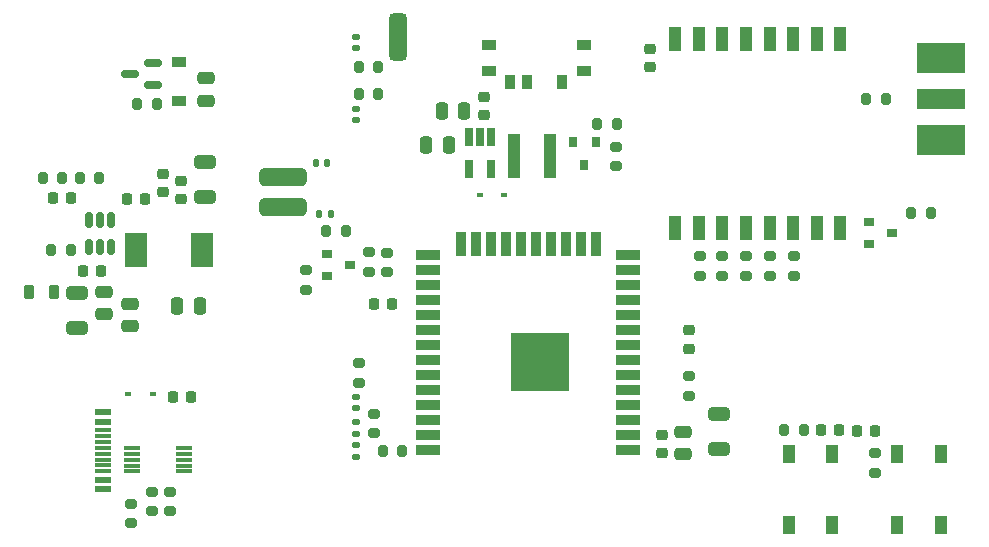
<source format=gtp>
G04 #@! TF.GenerationSoftware,KiCad,Pcbnew,(6.0.0)*
G04 #@! TF.CreationDate,2022-01-31T09:48:03+01:00*
G04 #@! TF.ProjectId,lora,6c6f7261-2e6b-4696-9361-645f70636258,v2.0*
G04 #@! TF.SameCoordinates,Original*
G04 #@! TF.FileFunction,Paste,Top*
G04 #@! TF.FilePolarity,Positive*
%FSLAX46Y46*%
G04 Gerber Fmt 4.6, Leading zero omitted, Abs format (unit mm)*
G04 Created by KiCad (PCBNEW (6.0.0)) date 2022-01-31 09:48:03*
%MOMM*%
%LPD*%
G01*
G04 APERTURE LIST*
G04 Aperture macros list*
%AMRoundRect*
0 Rectangle with rounded corners*
0 $1 Rounding radius*
0 $2 $3 $4 $5 $6 $7 $8 $9 X,Y pos of 4 corners*
0 Add a 4 corners polygon primitive as box body*
4,1,4,$2,$3,$4,$5,$6,$7,$8,$9,$2,$3,0*
0 Add four circle primitives for the rounded corners*
1,1,$1+$1,$2,$3*
1,1,$1+$1,$4,$5*
1,1,$1+$1,$6,$7*
1,1,$1+$1,$8,$9*
0 Add four rect primitives between the rounded corners*
20,1,$1+$1,$2,$3,$4,$5,0*
20,1,$1+$1,$4,$5,$6,$7,0*
20,1,$1+$1,$6,$7,$8,$9,0*
20,1,$1+$1,$8,$9,$2,$3,0*%
G04 Aperture macros list end*
%ADD10RoundRect,0.225000X0.225000X0.250000X-0.225000X0.250000X-0.225000X-0.250000X0.225000X-0.250000X0*%
%ADD11RoundRect,0.225000X0.250000X-0.225000X0.250000X0.225000X-0.250000X0.225000X-0.250000X-0.225000X0*%
%ADD12RoundRect,0.250000X0.475000X-0.250000X0.475000X0.250000X-0.475000X0.250000X-0.475000X-0.250000X0*%
%ADD13RoundRect,0.381000X-1.619000X-0.381000X1.619000X-0.381000X1.619000X0.381000X-1.619000X0.381000X0*%
%ADD14R,0.900000X0.800000*%
%ADD15R,0.800000X0.900000*%
%ADD16RoundRect,0.200000X-0.275000X0.200000X-0.275000X-0.200000X0.275000X-0.200000X0.275000X0.200000X0*%
%ADD17RoundRect,0.200000X0.275000X-0.200000X0.275000X0.200000X-0.275000X0.200000X-0.275000X-0.200000X0*%
%ADD18RoundRect,0.200000X0.200000X0.275000X-0.200000X0.275000X-0.200000X-0.275000X0.200000X-0.275000X0*%
%ADD19RoundRect,0.200000X-0.200000X-0.275000X0.200000X-0.275000X0.200000X0.275000X-0.200000X0.275000X0*%
%ADD20R,1.000000X1.500000*%
%ADD21R,2.000000X0.900000*%
%ADD22R,0.900000X2.000000*%
%ADD23R,5.000000X5.000000*%
%ADD24R,1.000000X2.000000*%
%ADD25R,4.190000X1.780000*%
%ADD26R,4.190000X2.665000*%
%ADD27RoundRect,0.250000X0.650000X-0.325000X0.650000X0.325000X-0.650000X0.325000X-0.650000X-0.325000X0*%
%ADD28RoundRect,0.225000X-0.225000X-0.250000X0.225000X-0.250000X0.225000X0.250000X-0.225000X0.250000X0*%
%ADD29R,1.450000X0.600000*%
%ADD30R,1.450000X0.300000*%
%ADD31RoundRect,0.381000X0.381000X-1.619000X0.381000X1.619000X-0.381000X1.619000X-0.381000X-1.619000X0*%
%ADD32RoundRect,0.147500X0.172500X-0.147500X0.172500X0.147500X-0.172500X0.147500X-0.172500X-0.147500X0*%
%ADD33R,1.100000X3.700000*%
%ADD34R,0.650000X1.560000*%
%ADD35RoundRect,0.250000X-0.650000X0.325000X-0.650000X-0.325000X0.650000X-0.325000X0.650000X0.325000X0*%
%ADD36R,1.200000X0.900000*%
%ADD37RoundRect,0.250000X0.250000X0.475000X-0.250000X0.475000X-0.250000X-0.475000X0.250000X-0.475000X0*%
%ADD38RoundRect,0.250000X-0.475000X0.250000X-0.475000X-0.250000X0.475000X-0.250000X0.475000X0.250000X0*%
%ADD39RoundRect,0.225000X-0.250000X0.225000X-0.250000X-0.225000X0.250000X-0.225000X0.250000X0.225000X0*%
%ADD40R,1.950000X3.000000*%
%ADD41R,0.600000X0.450000*%
%ADD42RoundRect,0.150000X0.587500X0.150000X-0.587500X0.150000X-0.587500X-0.150000X0.587500X-0.150000X0*%
%ADD43RoundRect,0.218750X-0.218750X-0.381250X0.218750X-0.381250X0.218750X0.381250X-0.218750X0.381250X0*%
%ADD44RoundRect,0.147500X-0.172500X0.147500X-0.172500X-0.147500X0.172500X-0.147500X0.172500X0.147500X0*%
%ADD45RoundRect,0.147500X0.147500X0.172500X-0.147500X0.172500X-0.147500X-0.172500X0.147500X-0.172500X0*%
%ADD46R,0.900000X1.250000*%
%ADD47R,1.250000X0.900000*%
%ADD48R,1.400000X0.300000*%
%ADD49RoundRect,0.250000X-0.250000X-0.475000X0.250000X-0.475000X0.250000X0.475000X-0.250000X0.475000X0*%
%ADD50RoundRect,0.150000X-0.150000X0.512500X-0.150000X-0.512500X0.150000X-0.512500X0.150000X0.512500X0*%
%ADD51RoundRect,0.218750X-0.256250X0.218750X-0.256250X-0.218750X0.256250X-0.218750X0.256250X0.218750X0*%
G04 APERTURE END LIST*
D10*
X222250000Y-127635000D03*
X220700000Y-127635000D03*
D11*
X204200000Y-129500000D03*
X204200000Y-127950000D03*
D12*
X206000000Y-129600000D03*
X206000000Y-127700000D03*
D11*
X203149200Y-96824800D03*
X203149200Y-95274800D03*
D13*
X172135800Y-108686600D03*
X172135800Y-106146600D03*
D14*
X175800000Y-112600000D03*
X175800000Y-114500000D03*
X177800000Y-113550000D03*
D15*
X198562000Y-103140000D03*
X196662000Y-103140000D03*
X197612000Y-105140000D03*
D14*
X221700000Y-109900000D03*
X221700000Y-111800000D03*
X223700000Y-110850000D03*
D16*
X222250000Y-129490000D03*
X222250000Y-131140000D03*
X179350000Y-112505000D03*
X179350000Y-114155000D03*
D17*
X180900000Y-114165000D03*
X180900000Y-112515000D03*
X174050000Y-115650000D03*
X174050000Y-114000000D03*
D18*
X177425000Y-110700000D03*
X175775000Y-110700000D03*
D19*
X198692000Y-101600000D03*
X200342000Y-101600000D03*
D17*
X200279000Y-105219000D03*
X200279000Y-103569000D03*
D18*
X182181000Y-129286000D03*
X180531000Y-129286000D03*
D16*
X179832000Y-126175000D03*
X179832000Y-127825000D03*
D19*
X225300000Y-109200000D03*
X226950000Y-109200000D03*
D20*
X227806000Y-129588000D03*
X227806000Y-135588000D03*
X224106000Y-129588000D03*
X224106000Y-135588000D03*
D21*
X201350000Y-129255000D03*
X201350000Y-127985000D03*
X201350000Y-126715000D03*
X201350000Y-125445000D03*
X201350000Y-124175000D03*
X201350000Y-122905000D03*
X201350000Y-121635000D03*
X201350000Y-120365000D03*
X201350000Y-119095000D03*
X201350000Y-117825000D03*
X201350000Y-116555000D03*
X201350000Y-115285000D03*
X201350000Y-114015000D03*
X201350000Y-112745000D03*
D22*
X198565000Y-111745000D03*
X197295000Y-111745000D03*
X196025000Y-111745000D03*
X194755000Y-111745000D03*
X193485000Y-111745000D03*
X192215000Y-111745000D03*
X190945000Y-111745000D03*
X189675000Y-111745000D03*
X188405000Y-111745000D03*
X187135000Y-111745000D03*
D21*
X184350000Y-112745000D03*
X184350000Y-114015000D03*
X184350000Y-115285000D03*
X184350000Y-116555000D03*
X184350000Y-117825000D03*
X184350000Y-119095000D03*
X184350000Y-120365000D03*
X184350000Y-121635000D03*
X184350000Y-122905000D03*
X184350000Y-124175000D03*
X184350000Y-125445000D03*
X184350000Y-126715000D03*
X184350000Y-127985000D03*
X184350000Y-129255000D03*
D23*
X193850000Y-121755000D03*
D24*
X205300000Y-110400000D03*
X207300000Y-110400000D03*
X209300000Y-110400000D03*
X211300000Y-110400000D03*
X213300000Y-110400000D03*
X215300000Y-110400000D03*
X217300000Y-110400000D03*
X219300000Y-110400000D03*
X219300000Y-94400000D03*
X217300000Y-94400000D03*
X215300000Y-94400000D03*
X213300000Y-94400000D03*
X211300000Y-94400000D03*
X209300000Y-94400000D03*
X207300000Y-94400000D03*
X205300000Y-94400000D03*
D19*
X221485000Y-99480000D03*
X223135000Y-99480000D03*
D25*
X227838000Y-99500000D03*
D26*
X227838000Y-102992500D03*
X227838000Y-96007500D03*
D27*
X209000000Y-129150000D03*
X209000000Y-126200000D03*
D28*
X217665000Y-127508000D03*
X219215000Y-127508000D03*
D18*
X216204000Y-127508000D03*
X214554000Y-127508000D03*
D17*
X211328000Y-114490000D03*
X211328000Y-112840000D03*
X209296000Y-114490000D03*
X209296000Y-112840000D03*
X207391000Y-114477000D03*
X207391000Y-112827000D03*
X213360000Y-114490000D03*
X213360000Y-112840000D03*
D20*
X214916000Y-135588000D03*
X214916000Y-129588000D03*
X218616000Y-135588000D03*
X218616000Y-129588000D03*
D28*
X162801000Y-124714000D03*
X164351000Y-124714000D03*
D29*
X156901000Y-126036000D03*
X156901000Y-126836000D03*
D30*
X156901000Y-128036000D03*
X156901000Y-129036000D03*
X156901000Y-129536000D03*
X156901000Y-130536000D03*
D29*
X156901000Y-131736000D03*
X156901000Y-132536000D03*
X156901000Y-132536000D03*
X156901000Y-131736000D03*
D30*
X156901000Y-131036000D03*
X156901000Y-130036000D03*
X156901000Y-128536000D03*
X156901000Y-127536000D03*
D29*
X156901000Y-126836000D03*
X156901000Y-126036000D03*
D31*
X181864000Y-94234000D03*
D32*
X178308000Y-125684000D03*
X178308000Y-124714000D03*
D33*
X194667000Y-104333000D03*
X191667000Y-104333000D03*
D34*
X189733000Y-102729000D03*
X188783000Y-102729000D03*
X187833000Y-102729000D03*
X187833000Y-105429000D03*
X189733000Y-105429000D03*
D10*
X160414000Y-108000800D03*
X158864000Y-108000800D03*
D18*
X156527000Y-106172000D03*
X154877000Y-106172000D03*
X180149000Y-96774000D03*
X178499000Y-96774000D03*
D35*
X154686000Y-115923800D03*
X154686000Y-118873800D03*
D36*
X163322000Y-96394000D03*
X163322000Y-99694000D03*
D16*
X215392000Y-112840000D03*
X215392000Y-114490000D03*
D37*
X165034000Y-117017800D03*
X163134000Y-117017800D03*
D32*
X178308000Y-101323000D03*
X178308000Y-100353000D03*
D11*
X161925000Y-107378800D03*
X161925000Y-105828800D03*
D38*
X159131000Y-116829800D03*
X159131000Y-118729800D03*
D19*
X152464000Y-112318800D03*
X154114000Y-112318800D03*
X159753800Y-99974400D03*
X161403800Y-99974400D03*
D38*
X156972000Y-115813800D03*
X156972000Y-117713800D03*
D39*
X189103000Y-99301000D03*
X189103000Y-100851000D03*
D40*
X159658000Y-112318800D03*
X165208000Y-112318800D03*
D41*
X161070000Y-124460000D03*
X158970000Y-124460000D03*
D42*
X161059100Y-98333600D03*
X161059100Y-96433600D03*
X159184100Y-97383600D03*
D37*
X187447000Y-100523000D03*
X185547000Y-100523000D03*
D43*
X150575500Y-115874800D03*
X152700500Y-115874800D03*
D44*
X178308000Y-94257000D03*
X178308000Y-95227000D03*
D45*
X176149000Y-109220000D03*
X175179000Y-109220000D03*
D17*
X159258000Y-135445000D03*
X159258000Y-133795000D03*
D41*
X188749000Y-107635000D03*
X190849000Y-107635000D03*
D28*
X179819000Y-116840000D03*
X181369000Y-116840000D03*
D18*
X153416000Y-106172000D03*
X151766000Y-106172000D03*
D46*
X195748000Y-98087000D03*
X192798000Y-98087000D03*
X191298000Y-98087000D03*
D47*
X189523000Y-94912000D03*
X189523000Y-97112000D03*
X197573000Y-97112000D03*
X197573000Y-94912000D03*
D28*
X155181000Y-114096800D03*
X156731000Y-114096800D03*
D17*
X206502000Y-124650000D03*
X206502000Y-123000000D03*
X162560000Y-134429000D03*
X162560000Y-132779000D03*
D18*
X180149000Y-99060000D03*
X178499000Y-99060000D03*
D27*
X165481000Y-107824800D03*
X165481000Y-104874800D03*
D48*
X159344000Y-129048000D03*
X159344000Y-129548000D03*
X159344000Y-130048000D03*
X159344000Y-130548000D03*
X159344000Y-131048000D03*
X163744000Y-131048000D03*
X163744000Y-130548000D03*
X163744000Y-130048000D03*
X163744000Y-129548000D03*
X163744000Y-129048000D03*
D49*
X184216000Y-103378000D03*
X186116000Y-103378000D03*
D10*
X154191000Y-107873800D03*
X152641000Y-107873800D03*
D50*
X157541000Y-109784300D03*
X156591000Y-109784300D03*
X155641000Y-109784300D03*
X155641000Y-112059300D03*
X156591000Y-112059300D03*
X157541000Y-112059300D03*
D17*
X161036000Y-134429000D03*
X161036000Y-132779000D03*
D44*
X178308000Y-128824000D03*
X178308000Y-129794000D03*
D38*
X165557200Y-97754400D03*
X165557200Y-99654400D03*
D16*
X178562000Y-121870000D03*
X178562000Y-123520000D03*
D44*
X178308000Y-126896000D03*
X178308000Y-127866000D03*
D39*
X163449000Y-106463800D03*
X163449000Y-108013800D03*
D51*
X206502000Y-119100500D03*
X206502000Y-120675500D03*
D45*
X175849000Y-104902000D03*
X174879000Y-104902000D03*
M02*

</source>
